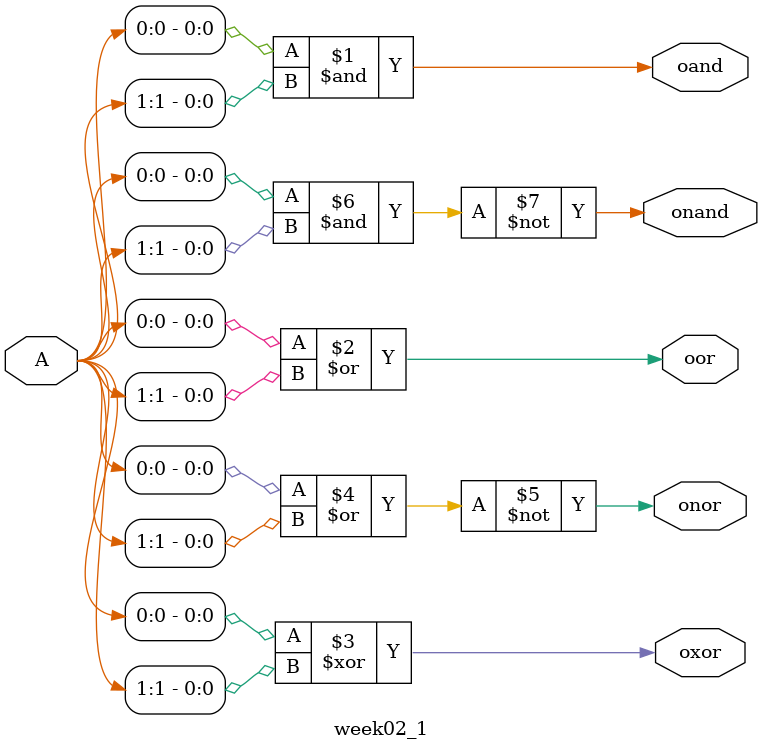
<source format=v>
`timescale 1ns / 1ps

module week02_1(A, oand, oor, oxor,onor, onand);
input[1:0] A;
output oand, oor, oxor,onor, onand;

assign oand = A[0] & A[1];
assign oor = A[0] | A[1];
assign oxor = A[0] ^ A[1];
assign onor = ~(A[0] | A[1]);
assign onand = ~(A[0] & A[1]);

endmodule

</source>
